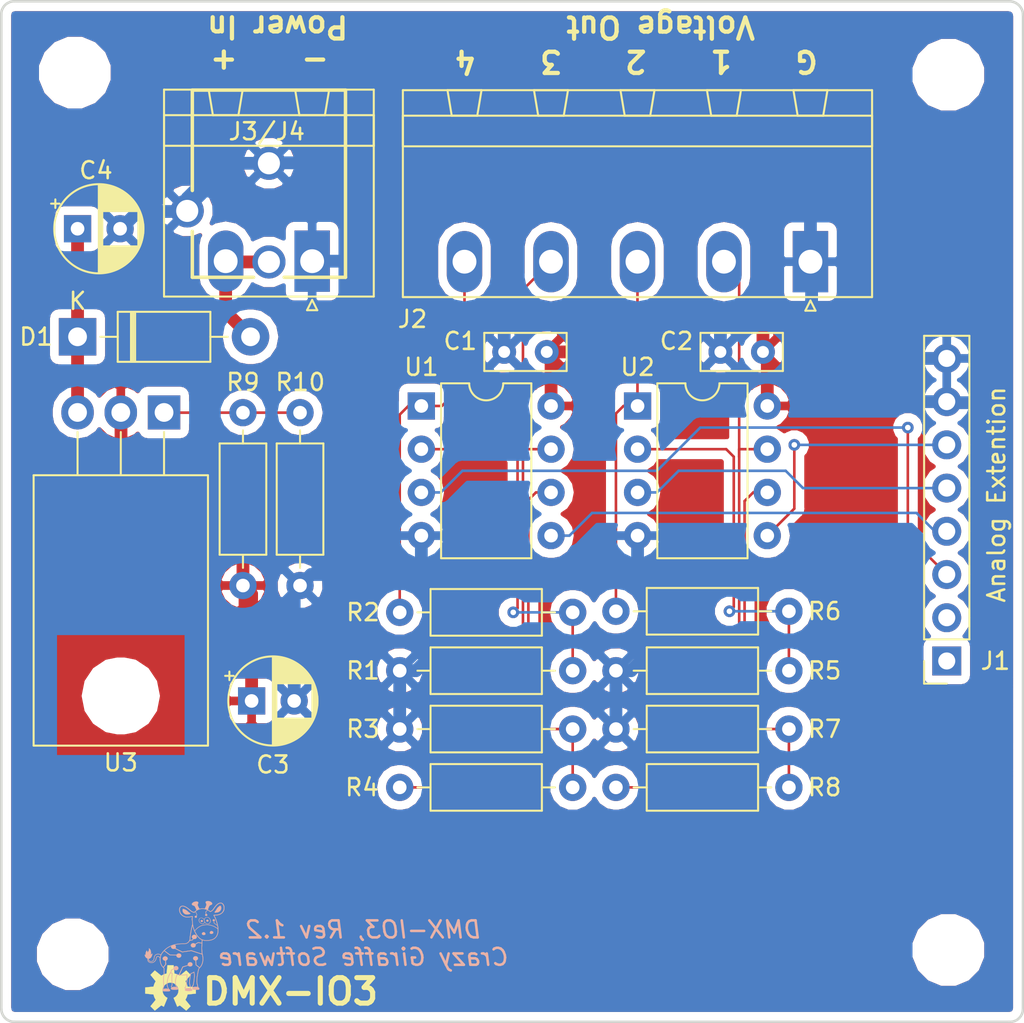
<source format=kicad_pcb>
(kicad_pcb (version 20171130) (host pcbnew "(5.0.0)")
  (title_block (title "DMX Demonstrator - Analog IO Voltage (DMX-IO3)") (date 2023-07-01) (rev 1.2) (company "Crazy Giraffe Software") (comment 2 "Designed by: SparkyBobo") (comment 3 https://creativecommons.org/licenses/by-sa/4.0/) (comment 4 "Released under the Creative Commons Attribution Share-Alike 4.0m License"))
  (layers (0 F.Cu signal hide) (31 B.Cu signal hide) (34 B.Paste user) (35 F.Paste user) (36 B.SilkS user) (37 F.SilkS user) (38 B.Mask user) (39 F.Mask user) (44 Edge.Cuts user))
  (net 0 "")
  (net 1 GND)
  (net 2 /AO1)
  (net 3 /AO0)
  (net 4 /AO3)
  (net 5 /AO2)
  (net 6 "Net-(J2-Pad2)")
  (net 7 "Net-(J2-Pad3)")
  (net 8 "Net-(J2-Pad4)")
  (net 9 "Net-(J2-Pad5)")
  (net 10 "Net-(R1-Pad2)")
  (net 11 "Net-(R10-Pad2)")
  (net 12 "Net-(D1-Pad2)")
  (net 13 "Net-(R3-Pad2)")
  (net 14 "Net-(R5-Pad2)")
  (net 15 "Net-(R7-Pad2)")
  (net 16 "Net-(C1-Pad1)")
  (net 17 "Net-(C4-Pad1)")
  (net 18 "Net-(J1-Pad1)")
  (net 19 "Net-(J1-Pad2)")
  (module Package_TO_SOT_THT:TO-220-3_Horizontal_TabDown (layer F.Cu) (at 135.89 97.9805 180)
    (fp_text reference U3 (at 2.54 -20.58 180) (layer F.SilkS))
    (fp_text value LM317T)
    (pad "" np_thru_hole oval (at 2.54 -16.66 180) (size 3.5 3.5) (drill 3.5) (layers *.Cu *.Mask))
    (pad 1 thru_hole rect (at 0 0 180) (size 1.905 2) (drill 1.1) (layers *.Cu *.Mask) (net 11 "Net-(R10-Pad2)"))
    (pad 2 thru_hole oval (at 2.54 0 180) (size 1.905 2) (drill 1.1) (layers *.Cu *.Mask) (net 16 "Net-(C1-Pad1)"))
    (pad 3 thru_hole oval (at 5.08 0 180) (size 1.905 2) (drill 1.1) (layers *.Cu *.Mask) (net 17 "Net-(C4-Pad1)"))
  )
  (module Resistor_THT:R_Axial_DIN0207_L6.3mm_D2.5mm_P10.16mm_Horizontal (layer F.Cu) (at 149.733 113.157)
    (fp_text reference R1 (at -2.159 0) (layer F.SilkS))
    (fp_text value "22.6k 1%")
    (pad 2 thru_hole oval (at 10.16 0) (size 1.6 1.6) (drill 0.8) (layers *.Cu *.Mask) (net 10 "Net-(R1-Pad2)"))
    (pad 1 thru_hole circle (at 0 0) (size 1.6 1.6) (drill 0.8) (layers *.Cu *.Mask) (net 1 GND))
  )
  (module Resistor_THT:R_Axial_DIN0207_L6.3mm_D2.5mm_P10.16mm_Horizontal (layer F.Cu) (at 149.733 109.728)
    (fp_text reference R2 (at -2.159 0) (layer F.SilkS))
    (fp_text value "68.1k 1%")
    (pad 1 thru_hole circle (at 0 0) (size 1.6 1.6) (drill 0.8) (layers *.Cu *.Mask) (net 9 "Net-(J2-Pad5)"))
    (pad 2 thru_hole oval (at 10.16 0) (size 1.6 1.6) (drill 0.8) (layers *.Cu *.Mask) (net 10 "Net-(R1-Pad2)"))
  )
  (module Resistor_THT:R_Axial_DIN0207_L6.3mm_D2.5mm_P10.16mm_Horizontal (layer F.Cu) (at 149.733 116.586)
    (fp_text reference R3 (at -2.159 0) (layer F.SilkS))
    (fp_text value "22.6k 1%")
    (pad 2 thru_hole oval (at 10.16 0) (size 1.6 1.6) (drill 0.8) (layers *.Cu *.Mask) (net 13 "Net-(R3-Pad2)"))
    (pad 1 thru_hole circle (at 0 0) (size 1.6 1.6) (drill 0.8) (layers *.Cu *.Mask) (net 1 GND))
  )
  (module Resistor_THT:R_Axial_DIN0207_L6.3mm_D2.5mm_P10.16mm_Horizontal (layer F.Cu) (at 159.893 120.015 180)
    (fp_text reference R4 (at 12.3825 0 180) (layer F.SilkS))
    (fp_text value "68.1k 1%")
    (pad 1 thru_hole circle (at 0 0 180) (size 1.6 1.6) (drill 0.8) (layers *.Cu *.Mask) (net 13 "Net-(R3-Pad2)"))
    (pad 2 thru_hole oval (at 10.16 0 180) (size 1.6 1.6) (drill 0.8) (layers *.Cu *.Mask) (net 8 "Net-(J2-Pad4)"))
  )
  (module Resistor_THT:R_Axial_DIN0207_L6.3mm_D2.5mm_P10.16mm_Horizontal (layer F.Cu) (at 162.433 113.157)
    (fp_text reference R5 (at 12.2555 0) (layer F.SilkS))
    (fp_text value "22.6k 1%")
    (pad 2 thru_hole oval (at 10.16 0) (size 1.6 1.6) (drill 0.8) (layers *.Cu *.Mask) (net 14 "Net-(R5-Pad2)"))
    (pad 1 thru_hole circle (at 0 0) (size 1.6 1.6) (drill 0.8) (layers *.Cu *.Mask) (net 1 GND))
  )
  (module Resistor_THT:R_Axial_DIN0207_L6.3mm_D2.5mm_P10.16mm_Horizontal (layer F.Cu) (at 172.593 109.6645 180)
    (fp_text reference R6 (at -2.0955 0 180) (layer F.SilkS))
    (fp_text value "68.1k 1%")
    (pad 1 thru_hole circle (at 0 0 180) (size 1.6 1.6) (drill 0.8) (layers *.Cu *.Mask) (net 14 "Net-(R5-Pad2)"))
    (pad 2 thru_hole oval (at 10.16 0 180) (size 1.6 1.6) (drill 0.8) (layers *.Cu *.Mask) (net 7 "Net-(J2-Pad3)"))
  )
  (module Resistor_THT:R_Axial_DIN0207_L6.3mm_D2.5mm_P10.16mm_Horizontal (layer F.Cu) (at 162.433 116.586)
    (fp_text reference R7 (at 12.2555 0) (layer F.SilkS))
    (fp_text value "22.6k 1%")
    (pad 2 thru_hole oval (at 10.16 0) (size 1.6 1.6) (drill 0.8) (layers *.Cu *.Mask) (net 15 "Net-(R7-Pad2)"))
    (pad 1 thru_hole circle (at 0 0) (size 1.6 1.6) (drill 0.8) (layers *.Cu *.Mask) (net 1 GND))
  )
  (module Resistor_THT:R_Axial_DIN0207_L6.3mm_D2.5mm_P10.16mm_Horizontal (layer F.Cu) (at 172.593 120.015 180)
    (fp_text reference R8 (at -2.0955 0 180) (layer F.SilkS))
    (fp_text value "68.1k 1%")
    (pad 1 thru_hole circle (at 0 0 180) (size 1.6 1.6) (drill 0.8) (layers *.Cu *.Mask) (net 15 "Net-(R7-Pad2)"))
    (pad 2 thru_hole oval (at 10.16 0 180) (size 1.6 1.6) (drill 0.8) (layers *.Cu *.Mask) (net 6 "Net-(J2-Pad2)"))
  )
  (module Capacitor_THT:CP_Radial_D5.0mm_P2.50mm (layer F.Cu) (at 141.0335 114.935)
    (fp_text reference C3 (at 1.25 3.7465) (layer F.SilkS))
    (fp_text value 10uF)
    (pad 1 thru_hole rect (at 0 0) (size 1.6 1.6) (drill 0.8) (layers *.Cu *.Mask) (net 16 "Net-(C1-Pad1)"))
    (pad 2 thru_hole circle (at 2.5 0) (size 1.6 1.6) (drill 0.8) (layers *.Cu *.Mask) (net 1 GND))
  )
  (module Connector_PinSocket_2.54mm:PinSocket_1x08_P2.54mm_Vertical (layer F.Cu) (at 181.864 112.5855 180)
    (fp_text reference J1 (at -2.8575 0 180) (layer F.SilkS))
    (fp_text value "Analog Extension")
    (pad 1 thru_hole rect (at 0 0 180) (size 1.7 1.7) (drill 1) (layers *.Cu *.Mask) (net 18 "Net-(J1-Pad1)"))
    (pad 2 thru_hole oval (at 0 2.54 180) (size 1.7 1.7) (drill 1) (layers *.Cu *.Mask) (net 19 "Net-(J1-Pad2)"))
    (pad 3 thru_hole oval (at 0 5.08 180) (size 1.7 1.7) (drill 1) (layers *.Cu *.Mask) (net 4 /AO3))
    (pad 4 thru_hole oval (at 0 7.62 180) (size 1.7 1.7) (drill 1) (layers *.Cu *.Mask) (net 5 /AO2))
    (pad 5 thru_hole oval (at 0 10.16 180) (size 1.7 1.7) (drill 1) (layers *.Cu *.Mask) (net 2 /AO1))
    (pad 6 thru_hole oval (at 0 12.7 180) (size 1.7 1.7) (drill 1) (layers *.Cu *.Mask) (net 3 /AO0))
    (pad 7 thru_hole oval (at 0 15.24 180) (size 1.7 1.7) (drill 1) (layers *.Cu *.Mask) (net 1 GND))
    (pad 8 thru_hole oval (at 0 17.78 180) (size 1.7 1.7) (drill 1) (layers *.Cu *.Mask) (net 1 GND))
  )
  (module Package_DIP:DIP-8_W7.62mm (layer F.Cu) (at 163.703 97.5995)
    (fp_text reference U2 (at 0 -2.286) (layer F.SilkS))
    (fp_text value TLV2772)
    (pad 8 thru_hole oval (at 7.62 0) (size 1.6 1.6) (drill 0.8) (layers *.Cu *.Mask) (net 16 "Net-(C1-Pad1)"))
    (pad 4 thru_hole oval (at 0 7.62) (size 1.6 1.6) (drill 0.8) (layers *.Cu *.Mask) (net 1 GND))
    (pad 7 thru_hole oval (at 7.62 2.54) (size 1.6 1.6) (drill 0.8) (layers *.Cu *.Mask) (net 6 "Net-(J2-Pad2)"))
    (pad 3 thru_hole oval (at 0 5.08) (size 1.6 1.6) (drill 0.8) (layers *.Cu *.Mask) (net 2 /AO1))
    (pad 6 thru_hole oval (at 7.62 5.08) (size 1.6 1.6) (drill 0.8) (layers *.Cu *.Mask) (net 15 "Net-(R7-Pad2)"))
    (pad 2 thru_hole oval (at 0 2.54) (size 1.6 1.6) (drill 0.8) (layers *.Cu *.Mask) (net 14 "Net-(R5-Pad2)"))
    (pad 5 thru_hole oval (at 7.62 7.62) (size 1.6 1.6) (drill 0.8) (layers *.Cu *.Mask) (net 3 /AO0))
    (pad 1 thru_hole rect (at 0 0) (size 1.6 1.6) (drill 0.8) (layers *.Cu *.Mask) (net 7 "Net-(J2-Pad3)"))
  )
  (module Package_DIP:DIP-8_W7.62mm (layer F.Cu) (at 151.003 97.5995)
    (fp_text reference U1 (at 0 -2.286) (layer F.SilkS))
    (fp_text value TLV2772)
    (pad 1 thru_hole rect (at 0 0) (size 1.6 1.6) (drill 0.8) (layers *.Cu *.Mask) (net 9 "Net-(J2-Pad5)"))
    (pad 5 thru_hole oval (at 7.62 7.62) (size 1.6 1.6) (drill 0.8) (layers *.Cu *.Mask) (net 5 /AO2))
    (pad 2 thru_hole oval (at 0 2.54) (size 1.6 1.6) (drill 0.8) (layers *.Cu *.Mask) (net 10 "Net-(R1-Pad2)"))
    (pad 6 thru_hole oval (at 7.62 5.08) (size 1.6 1.6) (drill 0.8) (layers *.Cu *.Mask) (net 13 "Net-(R3-Pad2)"))
    (pad 3 thru_hole oval (at 0 5.08) (size 1.6 1.6) (drill 0.8) (layers *.Cu *.Mask) (net 4 /AO3))
    (pad 7 thru_hole oval (at 7.62 2.54) (size 1.6 1.6) (drill 0.8) (layers *.Cu *.Mask) (net 8 "Net-(J2-Pad4)"))
    (pad 4 thru_hole oval (at 0 7.62) (size 1.6 1.6) (drill 0.8) (layers *.Cu *.Mask) (net 1 GND))
    (pad 8 thru_hole oval (at 7.62 0) (size 1.6 1.6) (drill 0.8) (layers *.Cu *.Mask) (net 16 "Net-(C1-Pad1)"))
  )
  (module Connector_Phoenix_MSTB:PhoenixContact_MSTBA_2,5_5-G-5,08_1x05_P5.08mm_Horizontal (layer F.Cu) (at 173.8579 89.121 180)
    (fp_text reference J2 (at 23.3756 -3.3731) (layer F.SilkS))
    (fp_text value Output)
    (pad 1 thru_hole rect (at 0 0 180) (size 2.08 3.6) (drill 1.4) (layers *.Cu *.Mask) (net 1 GND))
    (pad 2 thru_hole oval (at 5.08 0 180) (size 2.08 3.6) (drill 1.4) (layers *.Cu *.Mask) (net 6 "Net-(J2-Pad2)"))
    (pad 3 thru_hole oval (at 10.16 0 180) (size 2.08 3.6) (drill 1.4) (layers *.Cu *.Mask) (net 7 "Net-(J2-Pad3)"))
    (pad 4 thru_hole oval (at 15.24 0 180) (size 2.08 3.6) (drill 1.4) (layers *.Cu *.Mask) (net 8 "Net-(J2-Pad4)"))
    (pad 5 thru_hole oval (at 20.32 0 180) (size 2.08 3.6) (drill 1.4) (layers *.Cu *.Mask) (net 9 "Net-(J2-Pad5)"))
  )
  (module Capacitor_THT:C_Rect_L4.6mm_W2.0mm_P2.50mm_MKS02_FKP02 (layer F.Cu) (at 171.069 94.4245 180)
    (fp_text reference C2 (at 5.08 0.635 180) (layer F.SilkS))
    (fp_text value 0.1uF)
    (pad 2 thru_hole circle (at 2.5 0 180) (size 1.4 1.4) (drill 0.7) (layers *.Cu *.Mask) (net 1 GND))
    (pad 1 thru_hole circle (at 0 0 180) (size 1.4 1.4) (drill 0.7) (layers *.Cu *.Mask) (net 16 "Net-(C1-Pad1)"))
  )
  (module Capacitor_THT:C_Rect_L4.6mm_W2.0mm_P2.50mm_MKS02_FKP02 (layer F.Cu) (at 158.369 94.4245 180)
    (fp_text reference C1 (at 5.08 0.635 180) (layer F.SilkS))
    (fp_text value 0.1uF)
    (pad 1 thru_hole circle (at 0 0 180) (size 1.4 1.4) (drill 0.7) (layers *.Cu *.Mask) (net 16 "Net-(C1-Pad1)"))
    (pad 2 thru_hole circle (at 2.5 0 180) (size 1.4 1.4) (drill 0.7) (layers *.Cu *.Mask) (net 1 GND))
  )
  (module Capacitor_THT:CP_Radial_D5.0mm_P2.50mm (layer F.Cu) (at 130.81 87.1855)
    (fp_text reference C4 (at 1.0795 -3.429 -180) (layer F.SilkS))
    (fp_text value 10uF)
    (pad 1 thru_hole rect (at 0 0) (size 1.6 1.6) (drill 0.8) (layers *.Cu *.Mask) (net 17 "Net-(C4-Pad1)"))
    (pad 2 thru_hole circle (at 2.5 0) (size 1.6 1.6) (drill 0.8) (layers *.Cu *.Mask) (net 1 GND))
  )
  (module Connector_Phoenix_MSTB:PhoenixContact_MSTBA_2,5_2-G-5,08_1x02_P5.08mm_Horizontal (layer F.Cu) (at 144.5895 89.0905 180)
    (fp_text reference J3 hide)
    (fp_text value Power)
    (pad 1 thru_hole rect (at 0 0 180) (size 2.08 3.6) (drill 1.4) (layers *.Cu *.Mask) (net 1 GND))
    (pad 2 thru_hole oval (at 5.08 0 180) (size 2.08 3.6) (drill 1.4) (layers *.Cu *.Mask) (net 12 "Net-(D1-Pad2)"))
  )
  (module Connectors:POWER_JACK_PTH_BREAD (layer F.Cu) (at 142.0495 75.438 180)
    (fp_text reference J4 hide)
    (fp_text value Power hide)
    (pad GND thru_hole circle (at 0 -7.8994 180) (size 1.94818 1.94818) (drill 1.29794) (layers *.Cu *.Mask) (net 1 GND))
    (pad GNDB thru_hole circle (at 4.79806 -10.69848 180) (size 1.94818 1.94818) (drill 1.29794) (layers *.Cu *.Mask) (net 1 GND))
    (pad PWR thru_hole circle (at 0 -13.69822 180) (size 1.94818 1.94818) (drill 1.29794) (layers *.Cu *.Mask) (net 12 "Net-(D1-Pad2)"))
  )
  (module Diode_THT:D_DO-41_SOD81_P10.16mm_Horizontal (layer F.Cu) (at 130.81 93.5355)
    (fp_text reference D1 (at -2.4384 0) (layer F.SilkS))
    (fp_text value 1N5819)
    (fp_text user K (at 0 -2.1) (layer F.SilkS))
    (pad 1 thru_hole rect (at 0 0) (size 2.2 2.2) (drill 1.1) (layers *.Cu *.Mask) (net 17 "Net-(C4-Pad1)"))
    (pad 2 thru_hole oval (at 10.16 0) (size 2.2 2.2) (drill 1.1) (layers *.Cu *.Mask) (net 12 "Net-(D1-Pad2)"))
  )
  (module Resistor_THT:R_Axial_DIN0207_L6.3mm_D2.5mm_P10.16mm_Horizontal (layer F.Cu) (at 143.8783 108.1532 90)
    (fp_text reference R10 (at 11.9507 0.0127 180) (layer F.SilkS))
    (fp_text value "2.74k 1%")
    (pad 1 thru_hole circle (at 0 0 90) (size 1.6 1.6) (drill 0.8) (layers *.Cu *.Mask) (net 1 GND))
    (pad 2 thru_hole oval (at 10.16 0 90) (size 1.6 1.6) (drill 0.8) (layers *.Cu *.Mask) (net 11 "Net-(R10-Pad2)"))
  )
  (module Resistor_THT:R_Axial_DIN0207_L6.3mm_D2.5mm_P10.16mm_Horizontal (layer F.Cu) (at 140.5255 97.9932 270)
    (fp_text reference R9 (at -1.7907 0) (layer F.SilkS))
    (fp_text value "392 1%")
    (pad 1 thru_hole circle (at 0 0 270) (size 1.6 1.6) (drill 0.8) (layers *.Cu *.Mask) (net 11 "Net-(R10-Pad2)"))
    (pad 2 thru_hole oval (at 10.16 0 270) (size 1.6 1.6) (drill 0.8) (layers *.Cu *.Mask) (net 16 "Net-(C1-Pad1)"))
  )
  (module MountingHole:MountingHole_3.2mm_M3 (layer F.Cu) (at 181.9605 78.1355)
    (fp_text reference MH2 hide)
    (fp_text value MountingHole)
    (pad 1 np_thru_hole circle (at 0 0) (size 3.2 3.2) (drill 3.2) (layers *.Cu *.Mask))
  )
  (module MountingHole:MountingHole_3.2mm_M3 (layer F.Cu) (at 130.5255 129.8245)
    (fp_text reference MH3 hide)
    (fp_text value MountingHole)
    (pad 1 np_thru_hole circle (at 0 0) (size 3.2 3.2) (drill 3.2) (layers *.Cu *.Mask))
  )
  (module MountingHole:MountingHole_3.2mm_M3 (layer F.Cu) (at 181.9605 129.5705)
    (fp_text reference MH4 hide)
    (fp_text value MountingHole)
    (pad 1 np_thru_hole circle (at 0 0) (size 3.2 3.2) (drill 3.2) (layers *.Cu *.Mask))
  )
  (module MountingHole:MountingHole_3.2mm_M3 (layer F.Cu) (at 130.6525 78.0085)
    (fp_text reference MH1 hide)
    (fp_text value MountingHole)
    (pad 1 np_thru_hole circle (at 0 0) (size 3.2 3.2) (drill 3.2) (layers *.Cu *.Mask))
  )
  (module footprints:OSHW-LOGO-S (layer F.Cu) (at 136.271 131.953)
    (fp_text reference "" (at 0 0) (layer F.SilkS) (effects (font (size 1.524 1.524))))
    (fp_text value "" (at 0 0) (layer F.SilkS) (effects (font (size 1.524 1.524))))
  )
  (module footprints:logo_cr_5x5 (layer B.Cu) (at 137.0965 129.3495 180)
    (fp_text reference G*** hide)
    (fp_text value LOGO hide)
  )
  (gr_arc (start 185.57748 133.0325) (end 185.53178 133.7945) (angle -90) (layer Edge.Cuts) (width 0.15))
  (gr_text "Analog Extention" (at 184.785 102.8065 90) (layer F.SilkS) (effects (font (size 1 1))))
  (gr_text J3/J4 (at 141.9225 81.4705) (layer F.SilkS) (effects (font (size 1 1))))
  (gr_text " -    +\nPower In" (at 142.5575 76.327 180) (layer F.SilkS) (effects (font (size 1.25 1.25) (thickness 0.25))))
  (gr_line (start 127.0914 73.8175) (end 185.5114 73.8175) (layer Edge.Cuts) (width 0.15))
  (gr_line (start 186.3472 74.5795) (end 186.342 133.0555) (layer Edge.Cuts) (width 0.15))
  (gr_arc (start 185.5292 74.6355) (end 186.3472 74.6355) (angle -90) (layer Edge.Cuts) (width 0.15))
  (gr_arc (start 127.0914 74.5795) (end 127.0914 73.8175) (angle -90) (layer Edge.Cuts) (width 0.15))
  (gr_arc (start 127.0965 133.0325) (end 126.3345 133.0325) (angle -90) (layer Edge.Cuts) (width 0.15))
  (gr_line (start 127.0914 133.7945) (end 185.5114 133.7945) (layer Edge.Cuts) (width 0.15))
  (gr_line (start 126.3294 133.0555) (end 126.3294 74.5795) (layer Edge.Cuts) (width 0.15))
  (gr_text "DMX-IO3, Rev 1.2\nCrazy Giraffe Software\n\n" (at 147.6375 129.9845) (layer B.SilkS) (effects (font (size 1 1) (thickness 0.15) italic) (justify mirror)))
  (gr_text DMX-IO3 (at 143.3195 132.0165) (layer F.SilkS) (effects (font (size 1.5 1.5) (thickness 0.3))))
  (gr_text "   G    1    2    3    4\nVoltage Out" (at 165.0619 76.3397 180) (layer F.SilkS) (effects (font (size 1.25 1.25) (thickness 0.25))))
  (segment (start 173.8579 89.121) (end 174.0789 88.9) (width 0.75) (layer B.Cu) (net 1))
  (segment (start 143.5335 108.498) (end 143.8783 108.1532) (width 0.75) (layer B.Cu) (net 1))
  (segment (start 143.5335 114.935) (end 143.5335 108.498) (width 0.75) (layer B.Cu) (net 1))
  (segment (start 173.9265 89.1896) (end 173.8579 89.121) (width 0.75) (layer B.Cu) (net 1))
  (segment (start 143.8783 108.1532) (end 144.526 107.5055) (width 0.75) (layer B.Cu) (net 1))
  (segment (start 173.99 94.8055) (end 173.9265 94.869) (width 0.75) (layer B.Cu) (net 1))
  (segment (start 181.864 94.8055) (end 173.99 94.8055) (width 0.75) (layer B.Cu) (net 1))
  (segment (start 181.864 97.3455) (end 174.0535 97.3455) (width 0.75) (layer B.Cu) (net 1))
  (segment (start 173.9265 92.2655) (end 173.9265 89.1896) (width 0.75) (layer B.Cu) (net 1))
  (segment (start 173.9265 94.869) (end 173.9265 92.2655) (width 0.75) (layer B.Cu) (net 1))
  (segment (start 168.569 92.369) (end 168.4655 92.2655) (width 0.75) (layer B.Cu) (net 1))
  (segment (start 168.569 94.4245) (end 168.569 92.369) (width 0.75) (layer B.Cu) (net 1))
  (segment (start 173.9265 92.2655) (end 168.4655 92.2655) (width 0.75) (layer B.Cu) (net 1))
  (segment (start 168.4655 92.2655) (end 156.1465 92.2655) (width 0.75) (layer B.Cu) (net 1))
  (segment (start 151.003 105.2195) (end 151.003 107.5055) (width 0.75) (layer B.Cu) (net 1))
  (segment (start 163.703 107.442) (end 163.6395 107.5055) (width 0.75) (layer B.Cu) (net 1))
  (segment (start 163.703 105.2195) (end 163.703 107.442) (width 0.75) (layer B.Cu) (net 1))
  (segment (start 149.733 113.157) (end 149.733 116.586) (width 0.75) (layer B.Cu) (net 1))
  (segment (start 162.433 113.157) (end 162.433 116.586) (width 0.75) (layer B.Cu) (net 1))
  (segment (start 151.003 107.5055) (end 151.5745 107.5055) (width 0.75) (layer B.Cu) (net 1))
  (segment (start 151.5745 107.5055) (end 163.6395 107.5055) (width 0.75) (layer B.Cu) (net 1))
  (segment (start 164.4015 112.0775) (end 164.4015 107.569) (width 0.75) (layer B.Cu) (net 1))
  (segment (start 162.433 113.157) (end 163.322 113.157) (width 0.75) (layer B.Cu) (net 1))
  (segment (start 163.322 113.157) (end 164.4015 112.0775) (width 0.75) (layer B.Cu) (net 1))
  (segment (start 151.5745 112.268) (end 151.5745 107.5055) (width 0.75) (layer B.Cu) (net 1))
  (segment (start 149.733 113.157) (end 150.6855 113.157) (width 0.75) (layer B.Cu) (net 1))
  (segment (start 150.6855 113.157) (end 151.5745 112.268) (width 0.75) (layer B.Cu) (net 1))
  (segment (start 146.177 107.5055) (end 151.003 107.5055) (width 0.75) (layer B.Cu) (net 1))
  (segment (start 144.526 107.5055) (end 146.177 107.5055) (width 0.75) (layer B.Cu) (net 1))
  (segment (start 146.177 107.5055) (end 147.447 107.5055) (width 0.75) (layer B.Cu) (net 1))
  (segment (start 155.869 92.543) (end 156.1465 92.2655) (width 0.75) (layer B.Cu) (net 1))
  (segment (start 155.869 94.4245) (end 155.869 92.543) (width 0.75) (layer B.Cu) (net 1))
  (segment (start 156.1465 92.2655) (end 147.447 92.2655) (width 0.75) (layer B.Cu) (net 1))
  (segment (start 147.447 107.5055) (end 147.447 92.2655) (width 0.75) (layer B.Cu) (net 1))
  (segment (start 147.447 92.2655) (end 147.447 91.567) (width 0.75) (layer B.Cu) (net 1))
  (segment (start 164.338 107.5055) (end 164.4015 107.569) (width 0.75) (layer B.Cu) (net 1))
  (segment (start 163.6395 107.5055) (end 164.338 107.5055) (width 0.75) (layer B.Cu) (net 1))
  (segment (start 173.9265 97.2185) (end 174.0535 97.3455) (width 0.75) (layer B.Cu) (net 1))
  (segment (start 173.9265 94.869) (end 173.9265 97.2185) (width 0.75) (layer B.Cu) (net 1))
  (segment (start 164.338 107.5055) (end 178.7525 107.5055) (width 0.75) (layer B.Cu) (net 1))
  (segment (start 178.7525 107.5055) (end 178.7525 115.697) (width 0.75) (layer B.Cu) (net 1))
  (segment (start 178.7525 115.697) (end 184.8485 115.697) (width 0.75) (layer B.Cu) (net 1))
  (segment (start 184.8485 115.697) (end 184.8485 97.409) (width 0.75) (layer B.Cu) (net 1))
  (segment (start 181.9275 97.409) (end 181.864 97.3455) (width 0.75) (layer B.Cu) (net 1))
  (segment (start 184.8485 97.409) (end 181.9275 97.409) (width 0.75) (layer B.Cu) (net 1))
  (segment (start 144.5895 89.0905) (end 147.447 89.0905) (width 0.75) (layer B.Cu) (net 1))
  (segment (start 147.447 91.567) (end 147.447 89.0905) (width 0.75) (layer B.Cu) (net 1))
  (segment (start 133.3354 87.2109) (end 133.31 87.1855) (width 0.75) (layer B.Cu) (net 1))
  (segment (start 173.8579 83.312) (end 173.8579 89.121) (width 0.75) (layer B.Cu) (net 1))
  (segment (start 147.447 89.0905) (end 147.447 83.312) (width 0.75) (layer B.Cu) (net 1))
  (segment (start 147.447 83.312) (end 173.8579 83.312) (width 0.75) (layer B.Cu) (net 1))
  (segment (start 139.2936 83.3374) (end 142.0495 83.3374) (width 0.75) (layer B.Cu) (net 1))
  (segment (start 137.25144 86.13648) (end 137.25144 85.37956) (width 0.75) (layer B.Cu) (net 1))
  (segment (start 137.25144 85.37956) (end 139.2936 83.3374) (width 0.75) (layer B.Cu) (net 1))
  (segment (start 137.21842 86.1695) (end 137.25144 86.13648) (width 0.75) (layer B.Cu) (net 1))
  (segment (start 134.366 86.1695) (end 137.21842 86.1695) (width 0.75) (layer B.Cu) (net 1))
  (segment (start 133.31 87.1855) (end 133.35 87.1855) (width 0.75) (layer B.Cu) (net 1))
  (segment (start 133.35 87.1855) (end 134.366 86.1695) (width 0.75) (layer B.Cu) (net 1))
  (segment (start 142.0749 83.312) (end 142.0495 83.3374) (width 0.75) (layer B.Cu) (net 1))
  (segment (start 147.447 83.312) (end 142.0749 83.312) (width 0.75) (layer B.Cu) (net 1))
  (segment (start 164.846 102.6795) (end 163.703 102.6795) (width 0.1524) (layer B.Cu) (net 2))
  (segment (start 166.116 101.4095) (end 164.846 102.6795) (width 0.1524) (layer B.Cu) (net 2))
  (segment (start 172.4025 101.4095) (end 166.116 101.4095) (width 0.1524) (layer B.Cu) (net 2))
  (segment (start 181.864 102.4255) (end 173.4185 102.4255) (width 0.1524) (layer B.Cu) (net 2))
  (segment (start 173.4185 102.4255) (end 172.4025 101.4095) (width 0.1524) (layer B.Cu) (net 2))
  (segment (start 181.864 99.8855) (end 172.9105 99.8855) (width 0.1524) (layer B.Cu) (net 3))
  (via (at 172.9105 99.8855) (size 0.6858) (drill 0.3302) (layers F.Cu B.Cu) (net 3))
  (segment (start 172.9105 103.632) (end 171.323 105.2195) (width 0.1524) (layer F.Cu) (net 3))
  (segment (start 172.9105 99.8855) (end 172.9105 103.632) (width 0.1524) (layer F.Cu) (net 3))
  (via (at 179.578 98.8695) (size 0.6858) (drill 0.3302) (layers F.Cu B.Cu) (net 4))
  (segment (start 179.578 105.2195) (end 181.864 107.5055) (width 0.1524) (layer F.Cu) (net 4))
  (segment (start 179.578 98.8695) (end 179.578 105.2195) (width 0.1524) (layer F.Cu) (net 4))
  (segment (start 167.386 98.8695) (end 179.578 98.8695) (width 0.1524) (layer B.Cu) (net 4))
  (segment (start 164.846 101.4095) (end 167.386 98.8695) (width 0.1524) (layer B.Cu) (net 4))
  (segment (start 153.416 101.4095) (end 164.846 101.4095) (width 0.1524) (layer B.Cu) (net 4))
  (segment (start 151.003 102.6795) (end 152.146 102.6795) (width 0.1524) (layer B.Cu) (net 4))
  (segment (start 152.146 102.6795) (end 153.416 101.4095) (width 0.1524) (layer B.Cu) (net 4))
  (segment (start 181.1655 104.9655) (end 181.864 104.9655) (width 0.1524) (layer B.Cu) (net 5))
  (segment (start 180.086 103.886) (end 181.1655 104.9655) (width 0.1524) (layer B.Cu) (net 5))
  (segment (start 161.036 103.886) (end 180.086 103.886) (width 0.1524) (layer B.Cu) (net 5))
  (segment (start 158.623 105.2195) (end 159.7025 105.2195) (width 0.1524) (layer B.Cu) (net 5))
  (segment (start 159.7025 105.2195) (end 161.036 103.886) (width 0.1524) (layer B.Cu) (net 5))
  (segment (start 169.037 120.015) (end 162.433 120.015) (width 0.1524) (layer F.Cu) (net 6))
  (segment (start 169.672 119.38) (end 169.037 120.015) (width 0.1524) (layer F.Cu) (net 6))
  (segment (start 169.672 100.584) (end 169.672 119.38) (width 0.1524) (layer F.Cu) (net 6))
  (segment (start 169.672 90.0151) (end 168.7779 89.121) (width 0.1524) (layer F.Cu) (net 6))
  (segment (start 169.672 100.584) (end 169.672 90.0151) (width 0.1524) (layer F.Cu) (net 6))
  (segment (start 169.672 100.1395) (end 169.672 100.584) (width 0.1524) (layer F.Cu) (net 6))
  (segment (start 171.323 100.1395) (end 169.672 100.1395) (width 0.1524) (layer F.Cu) (net 6))
  (segment (start 163.6979 97.5944) (end 163.703 97.5995) (width 0.1524) (layer F.Cu) (net 7))
  (segment (start 163.6979 89.121) (end 163.6979 97.5944) (width 0.1524) (layer F.Cu) (net 7))
  (segment (start 162.433 98.044) (end 162.433 109.6645) (width 0.1524) (layer F.Cu) (net 7))
  (segment (start 163.703 97.5995) (end 162.8775 97.5995) (width 0.1524) (layer F.Cu) (net 7))
  (segment (start 162.8775 97.5995) (end 162.433 98.044) (width 0.1524) (layer F.Cu) (net 7))
  (segment (start 156.972 90.7669) (end 158.6179 89.121) (width 0.1524) (layer F.Cu) (net 8))
  (segment (start 149.733 120.015) (end 156.7815 120.015) (width 0.1524) (layer F.Cu) (net 8))
  (segment (start 156.7815 120.015) (end 156.972 119.8245) (width 0.1524) (layer F.Cu) (net 8))
  (segment (start 158.623 100.1395) (end 156.972 100.1395) (width 0.1524) (layer F.Cu) (net 8))
  (segment (start 156.972 119.8245) (end 156.972 100.1395) (width 0.1524) (layer F.Cu) (net 8))
  (segment (start 156.972 100.1395) (end 156.972 90.7669) (width 0.1524) (layer F.Cu) (net 8))
  (segment (start 151.003 97.5995) (end 151.13 97.5995) (width 0.1524) (layer B.Cu) (net 9))
  (segment (start 153.5379 89.121) (end 153.5379 96.2711) (width 0.1524) (layer F.Cu) (net 9))
  (segment (start 152.2095 97.5995) (end 151.003 97.5995) (width 0.1524) (layer F.Cu) (net 9))
  (segment (start 153.5379 96.2711) (end 152.2095 97.5995) (width 0.1524) (layer F.Cu) (net 9))
  (segment (start 150.241 97.5995) (end 151.003 97.5995) (width 0.1524) (layer F.Cu) (net 9))
  (segment (start 149.733 109.728) (end 149.733 98.1075) (width 0.1524) (layer F.Cu) (net 9))
  (segment (start 149.733 98.1075) (end 150.241 97.5995) (width 0.1524) (layer F.Cu) (net 9))
  (segment (start 159.893 109.728) (end 159.893 113.157) (width 0.1524) (layer F.Cu) (net 10))
  (segment (start 156.1465 100.1395) (end 151.003 100.1395) (width 0.1524) (layer F.Cu) (net 10))
  (segment (start 156.6545 100.6475) (end 156.1465 100.1395) (width 0.1524) (layer F.Cu) (net 10))
  (segment (start 156.6545 109.474) (end 156.6545 100.6475) (width 0.1524) (layer F.Cu) (net 10))
  (segment (start 156.4005 109.728) (end 156.6545 109.474) (width 0.1524) (layer F.Cu) (net 10))
  (via (at 156.4005 109.728) (size 0.6858) (drill 0.3302) (layers F.Cu B.Cu) (net 10))
  (segment (start 156.4005 109.728) (end 159.893 109.728) (width 0.1524) (layer B.Cu) (net 10))
  (segment (start 135.9027 97.9932) (end 140.5255 97.9932) (width 0.1524) (layer F.Cu) (net 11))
  (segment (start 140.5255 97.9932) (end 143.8783 97.9932) (width 0.1524) (layer F.Cu) (net 11))
  (segment (start 139.5095 92.075) (end 140.97 93.5355) (width 0.75) (layer F.Cu) (net 12))
  (segment (start 139.5095 89.0905) (end 139.5095 92.075) (width 0.75) (layer F.Cu) (net 12))
  (segment (start 139.55522 89.13622) (end 139.5095 89.0905) (width 0.75) (layer F.Cu) (net 12))
  (segment (start 142.0495 89.13622) (end 139.55522 89.13622) (width 0.75) (layer F.Cu) (net 12))
  (segment (start 159.893 116.586) (end 159.893 120.015) (width 0.1524) (layer F.Cu) (net 13))
  (segment (start 157.7975 116.586) (end 159.893 116.586) (width 0.1524) (layer F.Cu) (net 13))
  (segment (start 157.2895 116.078) (end 157.7975 116.586) (width 0.1524) (layer F.Cu) (net 13))
  (segment (start 157.2895 103.124) (end 157.2895 116.078) (width 0.1524) (layer F.Cu) (net 13))
  (segment (start 158.623 102.6795) (end 157.734 102.6795) (width 0.1524) (layer F.Cu) (net 13))
  (segment (start 157.734 102.6795) (end 157.2895 103.124) (width 0.1524) (layer F.Cu) (net 13))
  (segment (start 172.593 109.6645) (end 172.593 113.157) (width 0.1524) (layer F.Cu) (net 14))
  (segment (start 168.91 100.1395) (end 163.703 100.1395) (width 0.1524) (layer F.Cu) (net 14))
  (segment (start 169.3545 100.584) (end 168.91 100.1395) (width 0.1524) (layer F.Cu) (net 14))
  (segment (start 169.3545 109.4105) (end 169.3545 100.584) (width 0.1524) (layer F.Cu) (net 14))
  (segment (start 169.1005 109.6645) (end 169.3545 109.4105) (width 0.1524) (layer F.Cu) (net 14))
  (via (at 169.1005 109.6645) (size 0.6858) (drill 0.3302) (layers F.Cu B.Cu) (net 14))
  (segment (start 169.1005 109.6645) (end 172.593 109.6645) (width 0.1524) (layer B.Cu) (net 14))
  (segment (start 172.593 116.586) (end 172.593 120.015) (width 0.1524) (layer F.Cu) (net 15))
  (segment (start 170.434 116.586) (end 172.593 116.586) (width 0.1524) (layer F.Cu) (net 15))
  (segment (start 169.9895 116.1415) (end 170.434 116.586) (width 0.1524) (layer F.Cu) (net 15))
  (segment (start 169.9895 103.1875) (end 169.9895 116.1415) (width 0.1524) (layer F.Cu) (net 15))
  (segment (start 171.323 102.6795) (end 170.4975 102.6795) (width 0.1524) (layer F.Cu) (net 15))
  (segment (start 170.4975 102.6795) (end 169.9895 103.1875) (width 0.1524) (layer F.Cu) (net 15))
  (segment (start 133.3627 97.9932) (end 133.3627 99.5553) (width 0.75) (layer F.Cu) (net 16))
  (segment (start 133.3627 99.5553) (end 134.1374 100.33) (width 0.75) (layer F.Cu) (net 16))
  (segment (start 140.5255 108.1532) (end 140.5255 100.33) (width 0.75) (layer F.Cu) (net 16))
  (segment (start 134.1374 100.33) (end 140.5255 100.33) (width 0.75) (layer F.Cu) (net 16))
  (segment (start 141.0335 108.6612) (end 140.5255 108.1532) (width 0.75) (layer F.Cu) (net 16))
  (segment (start 141.0335 114.935) (end 141.0335 108.6612) (width 0.75) (layer F.Cu) (net 16))
  (segment (start 171.323 94.6785) (end 171.069 94.4245) (width 0.75) (layer F.Cu) (net 16))
  (segment (start 171.323 97.5995) (end 171.323 94.6785) (width 0.75) (layer F.Cu) (net 16))
  (segment (start 158.623 94.6785) (end 158.369 94.4245) (width 0.75) (layer F.Cu) (net 16))
  (segment (start 158.623 97.5995) (end 158.623 94.6785) (width 0.75) (layer F.Cu) (net 16))
  (segment (start 171.069 86.0425) (end 171.069 94.4245) (width 0.75) (layer F.Cu) (net 16))
  (segment (start 140.5255 100.33) (end 146.939 100.33) (width 0.75) (layer F.Cu) (net 16))
  (segment (start 146.939 100.33) (end 146.939 86.0425) (width 0.75) (layer F.Cu) (net 16))
  (segment (start 158.369 94.4245) (end 158.369 94.107) (width 0.75) (layer F.Cu) (net 16))
  (segment (start 146.939 86.0425) (end 156.718 86.0425) (width 0.75) (layer F.Cu) (net 16))
  (segment (start 158.369 94.4245) (end 159.8295 94.4245) (width 0.75) (layer F.Cu) (net 16))
  (segment (start 161.036 93.218) (end 161.036 86.0425) (width 0.75) (layer F.Cu) (net 16))
  (segment (start 159.8295 94.4245) (end 161.036 93.218) (width 0.75) (layer F.Cu) (net 16))
  (segment (start 156.718 86.0425) (end 161.036 86.0425) (width 0.75) (layer F.Cu) (net 16))
  (segment (start 161.036 86.0425) (end 171.069 86.0425) (width 0.75) (layer F.Cu) (net 16))
  (segment (start 130.81 87.1855) (end 130.81 93.5355) (width 0.75) (layer F.Cu) (net 17))
  (segment (start 130.81 97.9805) (end 130.8227 97.9932) (width 0.75) (layer F.Cu) (net 17))
  (segment (start 130.81 93.5355) (end 130.81 97.9805) (width 0.75) (layer F.Cu) (net 17))
  (zone (net 16) (net_name "Net-(C1-Pad1)") (layer F.Cu) (priority 1) (connect_pads (clearance 0.508)) (min_thickness 0.254) (fill yes (arc_segments 16) (thermal_gap 0.508) (thermal_bridge_width 0.508))
    (polygon (pts (xy 126.4285 133.0325) (xy 126.4285 74.549) (xy 127 73.914) (xy 185.547 73.914) (xy 186.2455 74.549) (xy 186.2455 132.969) (xy 185.7375 133.6675) (xy 127.0635 133.6675)))
  )
  (zone (net 1) (net_name GND) (layer B.Cu) (priority 1) (connect_pads (clearance 0.508)) (min_thickness 0.254) (fill yes (arc_segments 16) (thermal_gap 0.508) (thermal_bridge_width 0.508))
    (polygon (pts (xy 186.2455 132.9055) (xy 185.4835 133.6675) (xy 127.0635 133.6675) (xy 126.4285 133.0325) (xy 126.4285 74.549) (xy 127 73.914) (xy 185.547 73.914) (xy 186.2455 74.549)))
  )
  (zone (net 0) (net_name "") (layer B.Cu) (connect_pads (clearance 0.508)) (min_thickness 0.254)
    (keepout (tracks not_allowed) (vias not_allowed) (copperpour not_allowed))
    (fill (arc_segments 16) (thermal_gap 0.508) (thermal_bridge_width 0.508))
    (polygon (pts (xy 129.6035 111.064394) (xy 137.0965 111.064394) (xy 137.0965 118.11) (xy 129.6035 118.11)))
  )
)
</source>
